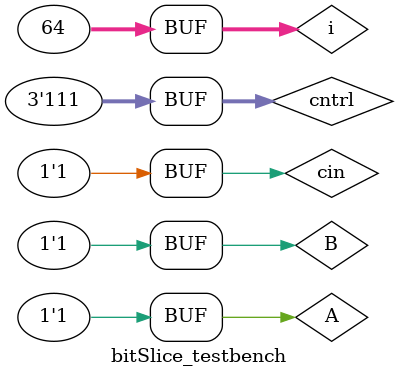
<source format=sv>
`timescale 1ns/10ps
module bitSlice(cntrl, A, B, cin, cout, result);
	input logic A, B, cin;
	input logic [2:0] cntrl;
	output logic cout, result;
	logic v0, sum, v4, v5, v6;
	logic iB, usefulB;
	
	// cntrl			Operation						Notes:
	// 000:			result = B						value of overflow and carry_out unimportant
	// 010:			result = A + B
	// 011:			result = A - B
	// 100:			result = bitwise A & B		value of overflow and carry_out unimportant
	// 101:			result = bitwise A | B		value of overflow and carry_out unimportant
	// 110:			result = bitwise A XOR B	value of overflow and carry_out unimportant
	
	buf #0.05 logic0 (v0, B);
	
	not #0.05 inverseIn0 (iB, B);
	mux2_1 modifiedB (.out(usefulB), .i0(B), .i1(iB), .sel(cntrl[0]));
	adder logic23 (.A, .B(usefulB), .cin, .cout, .sum);
	
	and #0.05 logic4 (v4, A, B);
	or #0.05 logic5 (v5, A, B);
	xor #0.05 logic6 (v6, A, B);
	
	mux8_1 res (.out(result), .i000(v0), .i001(result), .i010(sum), .i011(sum), .i100(v4), .i101(v5), .i110(v6), .i111(result), .sel0(cntrl[0]), .sel1(cntrl[1]), .sel2(cntrl[2]));
	
endmodule

module bitSlice_testbench();
	logic A, B, cin, cout, result;
	logic [2:0] cntrl;

	bitSlice dut (.cntrl, .A, .B, .cin, .cout, .result);
	
	integer i;
	initial begin
		for (i = 0; i < 2**6; i++) begin
			{A, B, cin, cntrl} = i; #10;
		end
	end
endmodule 
</source>
